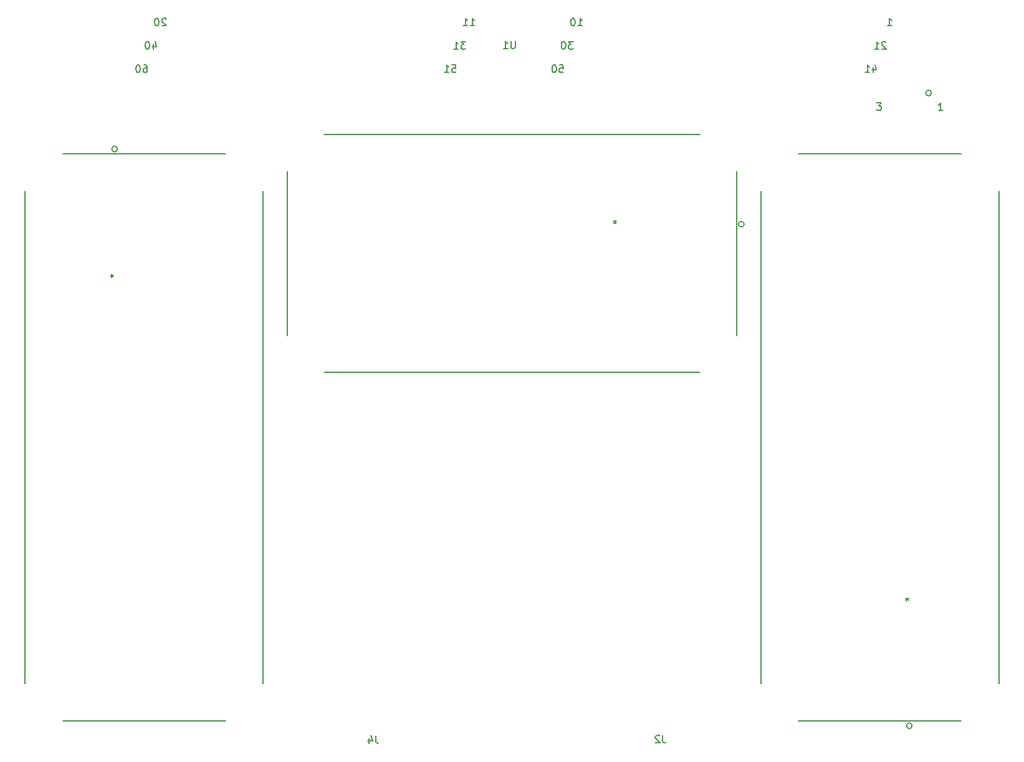
<source format=gbo>
G04 #@! TF.GenerationSoftware,KiCad,Pcbnew,(5.1.8)-1*
G04 #@! TF.CreationDate,2021-01-12T20:25:40-06:00*
G04 #@! TF.ProjectId,5.0mustangProteusPnP,352e306d-7573-4746-916e-6750726f7465,R0.1*
G04 #@! TF.SameCoordinates,Original*
G04 #@! TF.FileFunction,Legend,Bot*
G04 #@! TF.FilePolarity,Positive*
%FSLAX46Y46*%
G04 Gerber Fmt 4.6, Leading zero omitted, Abs format (unit mm)*
G04 Created by KiCad (PCBNEW (5.1.8)-1) date 2021-01-12 20:25:40*
%MOMM*%
%LPD*%
G01*
G04 APERTURE LIST*
%ADD10C,0.130000*%
%ADD11C,0.152400*%
%ADD12C,0.150000*%
G04 APERTURE END LIST*
D10*
X186223486Y-163032319D02*
X186223486Y-163758033D01*
X186271867Y-163903176D01*
X186368629Y-163999938D01*
X186513772Y-164048319D01*
X186610534Y-164048319D01*
X185788058Y-163129080D02*
X185739677Y-163080700D01*
X185642915Y-163032319D01*
X185401010Y-163032319D01*
X185304248Y-163080700D01*
X185255867Y-163129080D01*
X185207486Y-163225842D01*
X185207486Y-163322604D01*
X185255867Y-163467747D01*
X185836439Y-164048319D01*
X185207486Y-164048319D01*
X147221786Y-163100899D02*
X147221786Y-163826613D01*
X147270167Y-163971756D01*
X147366929Y-164068518D01*
X147512072Y-164116899D01*
X147608834Y-164116899D01*
X146302548Y-163439565D02*
X146302548Y-164116899D01*
X146544453Y-163052518D02*
X146786358Y-163778232D01*
X146157405Y-163778232D01*
X166166195Y-68607819D02*
X166166195Y-69430295D01*
X166117814Y-69527057D01*
X166069433Y-69575438D01*
X165972671Y-69623819D01*
X165779147Y-69623819D01*
X165682385Y-69575438D01*
X165634004Y-69527057D01*
X165585623Y-69430295D01*
X165585623Y-68607819D01*
X164569623Y-69623819D02*
X165150195Y-69623819D01*
X164859909Y-69623819D02*
X164859909Y-68607819D01*
X164956671Y-68752961D01*
X165053433Y-68849723D01*
X165150195Y-68898104D01*
X115720585Y-71859019D02*
X115914109Y-71859019D01*
X116010871Y-71907400D01*
X116059252Y-71955780D01*
X116156014Y-72100923D01*
X116204395Y-72294447D01*
X116204395Y-72681495D01*
X116156014Y-72778257D01*
X116107633Y-72826638D01*
X116010871Y-72875019D01*
X115817347Y-72875019D01*
X115720585Y-72826638D01*
X115672204Y-72778257D01*
X115623823Y-72681495D01*
X115623823Y-72439590D01*
X115672204Y-72342828D01*
X115720585Y-72294447D01*
X115817347Y-72246066D01*
X116010871Y-72246066D01*
X116107633Y-72294447D01*
X116156014Y-72342828D01*
X116204395Y-72439590D01*
X114994871Y-71859019D02*
X114898109Y-71859019D01*
X114801347Y-71907400D01*
X114752966Y-71955780D01*
X114704585Y-72052542D01*
X114656204Y-72246066D01*
X114656204Y-72487971D01*
X114704585Y-72681495D01*
X114752966Y-72778257D01*
X114801347Y-72826638D01*
X114898109Y-72875019D01*
X114994871Y-72875019D01*
X115091633Y-72826638D01*
X115140014Y-72778257D01*
X115188395Y-72681495D01*
X115236776Y-72487971D01*
X115236776Y-72246066D01*
X115188395Y-72052542D01*
X115140014Y-71955780D01*
X115091633Y-71907400D01*
X114994871Y-71859019D01*
X216740014Y-66525019D02*
X217320585Y-66525019D01*
X217030300Y-66525019D02*
X217030300Y-65509019D01*
X217127061Y-65654161D01*
X217223823Y-65750923D01*
X217320585Y-65799304D01*
X216534395Y-68780780D02*
X216486014Y-68732400D01*
X216389252Y-68684019D01*
X216147347Y-68684019D01*
X216050585Y-68732400D01*
X216002204Y-68780780D01*
X215953823Y-68877542D01*
X215953823Y-68974304D01*
X216002204Y-69119447D01*
X216582776Y-69700019D01*
X215953823Y-69700019D01*
X214986204Y-69700019D02*
X215566776Y-69700019D01*
X215276490Y-69700019D02*
X215276490Y-68684019D01*
X215373252Y-68829161D01*
X215470014Y-68925923D01*
X215566776Y-68974304D01*
X174678823Y-66525019D02*
X175259395Y-66525019D01*
X174969109Y-66525019D02*
X174969109Y-65509019D01*
X175065871Y-65654161D01*
X175162633Y-65750923D01*
X175259395Y-65799304D01*
X174049871Y-65509019D02*
X173953109Y-65509019D01*
X173856347Y-65557400D01*
X173807966Y-65605780D01*
X173759585Y-65702542D01*
X173711204Y-65896066D01*
X173711204Y-66137971D01*
X173759585Y-66331495D01*
X173807966Y-66428257D01*
X173856347Y-66476638D01*
X173953109Y-66525019D01*
X174049871Y-66525019D01*
X174146633Y-66476638D01*
X174195014Y-66428257D01*
X174243395Y-66331495D01*
X174291776Y-66137971D01*
X174291776Y-65896066D01*
X174243395Y-65702542D01*
X174195014Y-65605780D01*
X174146633Y-65557400D01*
X174049871Y-65509019D01*
X174037776Y-68684019D02*
X173408823Y-68684019D01*
X173747490Y-69071066D01*
X173602347Y-69071066D01*
X173505585Y-69119447D01*
X173457204Y-69167828D01*
X173408823Y-69264590D01*
X173408823Y-69506495D01*
X173457204Y-69603257D01*
X173505585Y-69651638D01*
X173602347Y-69700019D01*
X173892633Y-69700019D01*
X173989395Y-69651638D01*
X174037776Y-69603257D01*
X172779871Y-68684019D02*
X172683109Y-68684019D01*
X172586347Y-68732400D01*
X172537966Y-68780780D01*
X172489585Y-68877542D01*
X172441204Y-69071066D01*
X172441204Y-69312971D01*
X172489585Y-69506495D01*
X172537966Y-69603257D01*
X172586347Y-69651638D01*
X172683109Y-69700019D01*
X172779871Y-69700019D01*
X172876633Y-69651638D01*
X172925014Y-69603257D01*
X172973395Y-69506495D01*
X173021776Y-69312971D01*
X173021776Y-69071066D01*
X172973395Y-68877542D01*
X172925014Y-68780780D01*
X172876633Y-68732400D01*
X172779871Y-68684019D01*
X172187204Y-71859019D02*
X172671014Y-71859019D01*
X172719395Y-72342828D01*
X172671014Y-72294447D01*
X172574252Y-72246066D01*
X172332347Y-72246066D01*
X172235585Y-72294447D01*
X172187204Y-72342828D01*
X172138823Y-72439590D01*
X172138823Y-72681495D01*
X172187204Y-72778257D01*
X172235585Y-72826638D01*
X172332347Y-72875019D01*
X172574252Y-72875019D01*
X172671014Y-72826638D01*
X172719395Y-72778257D01*
X171509871Y-71859019D02*
X171413109Y-71859019D01*
X171316347Y-71907400D01*
X171267966Y-71955780D01*
X171219585Y-72052542D01*
X171171204Y-72246066D01*
X171171204Y-72487971D01*
X171219585Y-72681495D01*
X171267966Y-72778257D01*
X171316347Y-72826638D01*
X171413109Y-72875019D01*
X171509871Y-72875019D01*
X171606633Y-72826638D01*
X171655014Y-72778257D01*
X171703395Y-72681495D01*
X171751776Y-72487971D01*
X171751776Y-72246066D01*
X171703395Y-72052542D01*
X171655014Y-71955780D01*
X171606633Y-71907400D01*
X171509871Y-71859019D01*
X160073823Y-66525019D02*
X160654395Y-66525019D01*
X160364109Y-66525019D02*
X160364109Y-65509019D01*
X160460871Y-65654161D01*
X160557633Y-65750923D01*
X160654395Y-65799304D01*
X159106204Y-66525019D02*
X159686776Y-66525019D01*
X159396490Y-66525019D02*
X159396490Y-65509019D01*
X159493252Y-65654161D01*
X159590014Y-65750923D01*
X159686776Y-65799304D01*
X159432776Y-68684019D02*
X158803823Y-68684019D01*
X159142490Y-69071066D01*
X158997347Y-69071066D01*
X158900585Y-69119447D01*
X158852204Y-69167828D01*
X158803823Y-69264590D01*
X158803823Y-69506495D01*
X158852204Y-69603257D01*
X158900585Y-69651638D01*
X158997347Y-69700019D01*
X159287633Y-69700019D01*
X159384395Y-69651638D01*
X159432776Y-69603257D01*
X157836204Y-69700019D02*
X158416776Y-69700019D01*
X158126490Y-69700019D02*
X158126490Y-68684019D01*
X158223252Y-68829161D01*
X158320014Y-68925923D01*
X158416776Y-68974304D01*
X214780585Y-72197685D02*
X214780585Y-72875019D01*
X215022490Y-71810638D02*
X215264395Y-72536352D01*
X214635442Y-72536352D01*
X213716204Y-72875019D02*
X214296776Y-72875019D01*
X214006490Y-72875019D02*
X214006490Y-71859019D01*
X214103252Y-72004161D01*
X214200014Y-72100923D01*
X214296776Y-72149304D01*
X157582204Y-71859019D02*
X158066014Y-71859019D01*
X158114395Y-72342828D01*
X158066014Y-72294447D01*
X157969252Y-72246066D01*
X157727347Y-72246066D01*
X157630585Y-72294447D01*
X157582204Y-72342828D01*
X157533823Y-72439590D01*
X157533823Y-72681495D01*
X157582204Y-72778257D01*
X157630585Y-72826638D01*
X157727347Y-72875019D01*
X157969252Y-72875019D01*
X158066014Y-72826638D01*
X158114395Y-72778257D01*
X156566204Y-72875019D02*
X157146776Y-72875019D01*
X156856490Y-72875019D02*
X156856490Y-71859019D01*
X156953252Y-72004161D01*
X157050014Y-72100923D01*
X157146776Y-72149304D01*
X116990585Y-69022685D02*
X116990585Y-69700019D01*
X117232490Y-68635638D02*
X117474395Y-69361352D01*
X116845442Y-69361352D01*
X116264871Y-68684019D02*
X116168109Y-68684019D01*
X116071347Y-68732400D01*
X116022966Y-68780780D01*
X115974585Y-68877542D01*
X115926204Y-69071066D01*
X115926204Y-69312971D01*
X115974585Y-69506495D01*
X116022966Y-69603257D01*
X116071347Y-69651638D01*
X116168109Y-69700019D01*
X116264871Y-69700019D01*
X116361633Y-69651638D01*
X116410014Y-69603257D01*
X116458395Y-69506495D01*
X116506776Y-69312971D01*
X116506776Y-69071066D01*
X116458395Y-68877542D01*
X116410014Y-68780780D01*
X116361633Y-68732400D01*
X116264871Y-68684019D01*
X118744395Y-65605780D02*
X118696014Y-65557400D01*
X118599252Y-65509019D01*
X118357347Y-65509019D01*
X118260585Y-65557400D01*
X118212204Y-65605780D01*
X118163823Y-65702542D01*
X118163823Y-65799304D01*
X118212204Y-65944447D01*
X118792776Y-66525019D01*
X118163823Y-66525019D01*
X117534871Y-65509019D02*
X117438109Y-65509019D01*
X117341347Y-65557400D01*
X117292966Y-65605780D01*
X117244585Y-65702542D01*
X117196204Y-65896066D01*
X117196204Y-66137971D01*
X117244585Y-66331495D01*
X117292966Y-66428257D01*
X117341347Y-66476638D01*
X117438109Y-66525019D01*
X117534871Y-66525019D01*
X117631633Y-66476638D01*
X117680014Y-66428257D01*
X117728395Y-66331495D01*
X117776776Y-66137971D01*
X117776776Y-65896066D01*
X117728395Y-65702542D01*
X117680014Y-65605780D01*
X117631633Y-65557400D01*
X117534871Y-65509019D01*
D11*
X222707200Y-75664060D02*
G75*
G03*
X222707200Y-75664060I-381000J0D01*
G01*
X197263802Y-93500000D02*
G75*
G03*
X197263802Y-93500000I-381000J0D01*
G01*
X196247802Y-86324000D02*
X196247802Y-108676000D01*
X140190002Y-81320200D02*
X191244002Y-81320200D01*
X135186202Y-108676000D02*
X135186202Y-86324000D01*
X191244002Y-113679800D02*
X140190002Y-113679800D01*
X199537200Y-155951802D02*
X199537200Y-89048202D01*
X204668000Y-83917402D02*
X226766000Y-83917402D01*
X231896800Y-89048202D02*
X231896800Y-155951802D01*
X226766000Y-161082602D02*
X204668000Y-161082602D01*
X220098000Y-161717602D02*
G75*
G03*
X220098000Y-161717602I-381000J0D01*
G01*
X112134000Y-83282398D02*
G75*
G03*
X112134000Y-83282398I-381000J0D01*
G01*
X104704000Y-83917398D02*
X126802000Y-83917398D01*
X99573200Y-155951798D02*
X99573200Y-89048198D01*
X126802000Y-161082598D02*
X104704000Y-161082598D01*
X131932800Y-89048198D02*
X131932800Y-155951798D01*
D12*
X215261866Y-77021440D02*
X215880914Y-77021440D01*
X215547580Y-77402393D01*
X215690438Y-77402393D01*
X215785676Y-77450012D01*
X215833295Y-77497631D01*
X215880914Y-77592869D01*
X215880914Y-77830964D01*
X215833295Y-77926202D01*
X215785676Y-77973821D01*
X215690438Y-78021440D01*
X215404723Y-78021440D01*
X215309485Y-77973821D01*
X215261866Y-77926202D01*
X215261866Y-77021440D02*
X215880914Y-77021440D01*
X215547580Y-77402393D01*
X215690438Y-77402393D01*
X215785676Y-77450012D01*
X215833295Y-77497631D01*
X215880914Y-77592869D01*
X215880914Y-77830964D01*
X215833295Y-77926202D01*
X215785676Y-77973821D01*
X215690438Y-78021440D01*
X215404723Y-78021440D01*
X215309485Y-77973821D01*
X215261866Y-77926202D01*
X224262914Y-78021440D02*
X223691485Y-78021440D01*
X223977200Y-78021440D02*
X223977200Y-77021440D01*
X223881961Y-77164298D01*
X223786723Y-77259536D01*
X223691485Y-77307155D01*
X224262914Y-78021440D02*
X223691485Y-78021440D01*
X223977200Y-78021440D02*
X223977200Y-77021440D01*
X223881961Y-77164298D01*
X223786723Y-77259536D01*
X223691485Y-77307155D01*
X179717000Y-92952380D02*
X179717000Y-93190476D01*
X179955095Y-93095238D02*
X179717000Y-93190476D01*
X179478904Y-93095238D01*
X179859857Y-93380952D02*
X179717000Y-93190476D01*
X179574142Y-93380952D01*
X219169380Y-144500000D02*
X219407476Y-144500000D01*
X219312238Y-144261904D02*
X219407476Y-144500000D01*
X219312238Y-144738095D01*
X219597952Y-144357142D02*
X219407476Y-144500000D01*
X219597952Y-144642857D01*
X111205380Y-100500000D02*
X111443476Y-100500000D01*
X111348238Y-100261904D02*
X111443476Y-100500000D01*
X111348238Y-100738095D01*
X111633952Y-100357142D02*
X111443476Y-100500000D01*
X111633952Y-100642857D01*
M02*

</source>
